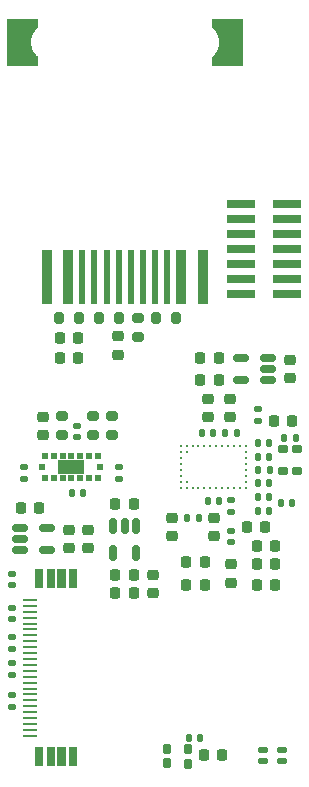
<source format=gtp>
%TF.GenerationSoftware,KiCad,Pcbnew,7.0.1-3b83917a11~172~ubuntu20.04.1*%
%TF.CreationDate,2023-04-27T15:55:01+02:00*%
%TF.ProjectId,radartof-hardware,72616461-7274-46f6-962d-686172647761,1.4*%
%TF.SameCoordinates,Original*%
%TF.FileFunction,Paste,Top*%
%TF.FilePolarity,Positive*%
%FSLAX46Y46*%
G04 Gerber Fmt 4.6, Leading zero omitted, Abs format (unit mm)*
G04 Created by KiCad (PCBNEW 7.0.1-3b83917a11~172~ubuntu20.04.1) date 2023-04-27 15:55:01*
%MOMM*%
%LPD*%
G01*
G04 APERTURE LIST*
G04 Aperture macros list*
%AMRoundRect*
0 Rectangle with rounded corners*
0 $1 Rounding radius*
0 $2 $3 $4 $5 $6 $7 $8 $9 X,Y pos of 4 corners*
0 Add a 4 corners polygon primitive as box body*
4,1,4,$2,$3,$4,$5,$6,$7,$8,$9,$2,$3,0*
0 Add four circle primitives for the rounded corners*
1,1,$1+$1,$2,$3*
1,1,$1+$1,$4,$5*
1,1,$1+$1,$6,$7*
1,1,$1+$1,$8,$9*
0 Add four rect primitives between the rounded corners*
20,1,$1+$1,$2,$3,$4,$5,0*
20,1,$1+$1,$4,$5,$6,$7,0*
20,1,$1+$1,$6,$7,$8,$9,0*
20,1,$1+$1,$8,$9,$2,$3,0*%
G04 Aperture macros list end*
%ADD10C,0.010000*%
%ADD11RoundRect,0.225000X-0.250000X0.225000X-0.250000X-0.225000X0.250000X-0.225000X0.250000X0.225000X0*%
%ADD12RoundRect,0.225000X0.225000X0.250000X-0.225000X0.250000X-0.225000X-0.250000X0.225000X-0.250000X0*%
%ADD13RoundRect,0.140000X-0.140000X-0.170000X0.140000X-0.170000X0.140000X0.170000X-0.140000X0.170000X0*%
%ADD14RoundRect,0.225000X-0.225000X-0.250000X0.225000X-0.250000X0.225000X0.250000X-0.225000X0.250000X0*%
%ADD15RoundRect,0.140000X0.170000X-0.140000X0.170000X0.140000X-0.170000X0.140000X-0.170000X-0.140000X0*%
%ADD16RoundRect,0.150000X0.512500X0.150000X-0.512500X0.150000X-0.512500X-0.150000X0.512500X-0.150000X0*%
%ADD17RoundRect,0.147500X-0.172500X0.147500X-0.172500X-0.147500X0.172500X-0.147500X0.172500X0.147500X0*%
%ADD18RoundRect,0.200000X-0.275000X0.200000X-0.275000X-0.200000X0.275000X-0.200000X0.275000X0.200000X0*%
%ADD19C,0.275000*%
%ADD20RoundRect,0.147500X0.147500X0.172500X-0.147500X0.172500X-0.147500X-0.172500X0.147500X-0.172500X0*%
%ADD21R,2.400000X0.740000*%
%ADD22RoundRect,0.225000X0.250000X-0.225000X0.250000X0.225000X-0.250000X0.225000X-0.250000X-0.225000X0*%
%ADD23RoundRect,0.140000X-0.170000X0.140000X-0.170000X-0.140000X0.170000X-0.140000X0.170000X0.140000X0*%
%ADD24RoundRect,0.147500X0.172500X-0.147500X0.172500X0.147500X-0.172500X0.147500X-0.172500X-0.147500X0*%
%ADD25RoundRect,0.060000X-0.240000X-0.340000X0.240000X-0.340000X0.240000X0.340000X-0.240000X0.340000X0*%
%ADD26R,1.250000X0.275000*%
%ADD27RoundRect,0.060000X0.340000X-0.240000X0.340000X0.240000X-0.340000X0.240000X-0.340000X-0.240000X0*%
%ADD28RoundRect,0.150000X-0.150000X0.512500X-0.150000X-0.512500X0.150000X-0.512500X0.150000X0.512500X0*%
%ADD29RoundRect,0.200000X-0.200000X-0.275000X0.200000X-0.275000X0.200000X0.275000X-0.200000X0.275000X0*%
%ADD30RoundRect,0.140000X0.140000X0.170000X-0.140000X0.170000X-0.140000X-0.170000X0.140000X-0.170000X0*%
%ADD31RoundRect,0.200000X0.275000X-0.200000X0.275000X0.200000X-0.275000X0.200000X-0.275000X-0.200000X0*%
%ADD32RoundRect,0.200000X0.200000X0.275000X-0.200000X0.275000X-0.200000X-0.275000X0.200000X-0.275000X0*%
%ADD33RoundRect,0.147500X-0.147500X-0.172500X0.147500X-0.172500X0.147500X0.172500X-0.147500X0.172500X0*%
%ADD34R,0.810000X4.600000*%
%ADD35R,0.610000X4.600000*%
%ADD36RoundRect,0.135000X0.135000X0.185000X-0.135000X0.185000X-0.135000X-0.185000X0.135000X-0.185000X0*%
%ADD37RoundRect,0.050000X-0.350000X-0.200000X0.350000X-0.200000X0.350000X0.200000X-0.350000X0.200000X0*%
%ADD38R,0.533400X0.508000*%
%ADD39R,0.508000X0.533400*%
%ADD40R,2.311400X1.193800*%
%ADD41RoundRect,0.150000X-0.512500X-0.150000X0.512500X-0.150000X0.512500X0.150000X-0.512500X0.150000X0*%
G04 APERTURE END LIST*
%TO.C,J2*%
G36*
X140600000Y-132300000D02*
G01*
X139900000Y-132300000D01*
X139900000Y-130700000D01*
X140600000Y-130700000D01*
X140600000Y-132300000D01*
G37*
G36*
X141600000Y-132300000D02*
G01*
X140900000Y-132300000D01*
X140900000Y-130700000D01*
X141600000Y-130700000D01*
X141600000Y-132300000D01*
G37*
G36*
X142500000Y-132300000D02*
G01*
X141800000Y-132300000D01*
X141800000Y-130700000D01*
X142500000Y-130700000D01*
X142500000Y-132300000D01*
G37*
G36*
X143500000Y-132300000D02*
G01*
X142800000Y-132300000D01*
X142800000Y-130700000D01*
X143500000Y-130700000D01*
X143500000Y-132300000D01*
G37*
G36*
X140600000Y-117200000D02*
G01*
X139900000Y-117200000D01*
X139900000Y-115600000D01*
X140600000Y-115600000D01*
X140600000Y-117200000D01*
G37*
G36*
X141600000Y-117200000D02*
G01*
X140900000Y-117200000D01*
X140900000Y-115600000D01*
X141600000Y-115600000D01*
X141600000Y-117200000D01*
G37*
G36*
X142500000Y-117200000D02*
G01*
X141800000Y-117200000D01*
X141800000Y-115600000D01*
X142500000Y-115600000D01*
X142500000Y-117200000D01*
G37*
G36*
X143500000Y-117200000D02*
G01*
X142800000Y-117200000D01*
X142800000Y-115600000D01*
X143500000Y-115600000D01*
X143500000Y-117200000D01*
G37*
%TO.C,J5*%
D10*
X157420000Y-72950000D02*
X154920000Y-72950000D01*
X154920000Y-72260000D01*
X154954000Y-72230000D01*
X154989000Y-72198000D01*
X155024000Y-72165000D01*
X155057000Y-72131000D01*
X155089000Y-72095000D01*
X155120000Y-72059000D01*
X155151000Y-72022000D01*
X155180000Y-71984000D01*
X155208000Y-71945000D01*
X155235000Y-71906000D01*
X155260000Y-71866000D01*
X155285000Y-71825000D01*
X155308000Y-71783000D01*
X155330000Y-71740000D01*
X155351000Y-71697000D01*
X155371000Y-71654000D01*
X155389000Y-71610000D01*
X155406000Y-71565000D01*
X155422000Y-71520000D01*
X155436000Y-71474000D01*
X155449000Y-71428000D01*
X155461000Y-71382000D01*
X155471000Y-71335000D01*
X155480000Y-71288000D01*
X155488000Y-71241000D01*
X155494000Y-71194000D01*
X155499000Y-71146000D01*
X155502000Y-71098000D01*
X155504000Y-71051000D01*
X155505000Y-71000000D01*
X155504000Y-70949000D01*
X155502000Y-70902000D01*
X155499000Y-70854000D01*
X155494000Y-70806000D01*
X155488000Y-70759000D01*
X155480000Y-70712000D01*
X155471000Y-70665000D01*
X155461000Y-70618000D01*
X155449000Y-70572000D01*
X155436000Y-70526000D01*
X155422000Y-70480000D01*
X155406000Y-70435000D01*
X155389000Y-70390000D01*
X155371000Y-70346000D01*
X155351000Y-70303000D01*
X155330000Y-70260000D01*
X155308000Y-70217000D01*
X155285000Y-70175000D01*
X155260000Y-70134000D01*
X155235000Y-70094000D01*
X155208000Y-70055000D01*
X155180000Y-70016000D01*
X155151000Y-69978000D01*
X155120000Y-69941000D01*
X155089000Y-69905000D01*
X155057000Y-69869000D01*
X155024000Y-69835000D01*
X154989000Y-69802000D01*
X154954000Y-69770000D01*
X154920000Y-69740000D01*
X154920000Y-69050000D01*
X157420000Y-69050000D01*
X157420000Y-72950000D01*
G36*
X157420000Y-72950000D02*
G01*
X154920000Y-72950000D01*
X154920000Y-72260000D01*
X154954000Y-72230000D01*
X154989000Y-72198000D01*
X155024000Y-72165000D01*
X155057000Y-72131000D01*
X155089000Y-72095000D01*
X155120000Y-72059000D01*
X155151000Y-72022000D01*
X155180000Y-71984000D01*
X155208000Y-71945000D01*
X155235000Y-71906000D01*
X155260000Y-71866000D01*
X155285000Y-71825000D01*
X155308000Y-71783000D01*
X155330000Y-71740000D01*
X155351000Y-71697000D01*
X155371000Y-71654000D01*
X155389000Y-71610000D01*
X155406000Y-71565000D01*
X155422000Y-71520000D01*
X155436000Y-71474000D01*
X155449000Y-71428000D01*
X155461000Y-71382000D01*
X155471000Y-71335000D01*
X155480000Y-71288000D01*
X155488000Y-71241000D01*
X155494000Y-71194000D01*
X155499000Y-71146000D01*
X155502000Y-71098000D01*
X155504000Y-71051000D01*
X155505000Y-71000000D01*
X155504000Y-70949000D01*
X155502000Y-70902000D01*
X155499000Y-70854000D01*
X155494000Y-70806000D01*
X155488000Y-70759000D01*
X155480000Y-70712000D01*
X155471000Y-70665000D01*
X155461000Y-70618000D01*
X155449000Y-70572000D01*
X155436000Y-70526000D01*
X155422000Y-70480000D01*
X155406000Y-70435000D01*
X155389000Y-70390000D01*
X155371000Y-70346000D01*
X155351000Y-70303000D01*
X155330000Y-70260000D01*
X155308000Y-70217000D01*
X155285000Y-70175000D01*
X155260000Y-70134000D01*
X155235000Y-70094000D01*
X155208000Y-70055000D01*
X155180000Y-70016000D01*
X155151000Y-69978000D01*
X155120000Y-69941000D01*
X155089000Y-69905000D01*
X155057000Y-69869000D01*
X155024000Y-69835000D01*
X154989000Y-69802000D01*
X154954000Y-69770000D01*
X154920000Y-69740000D01*
X154920000Y-69050000D01*
X157420000Y-69050000D01*
X157420000Y-72950000D01*
G37*
X140080000Y-69740000D02*
X140046000Y-69770000D01*
X140011000Y-69802000D01*
X139976000Y-69835000D01*
X139943000Y-69869000D01*
X139911000Y-69905000D01*
X139880000Y-69941000D01*
X139849000Y-69978000D01*
X139820000Y-70016000D01*
X139792000Y-70055000D01*
X139765000Y-70094000D01*
X139740000Y-70134000D01*
X139715000Y-70175000D01*
X139692000Y-70217000D01*
X139670000Y-70260000D01*
X139649000Y-70303000D01*
X139629000Y-70346000D01*
X139611000Y-70390000D01*
X139594000Y-70435000D01*
X139578000Y-70480000D01*
X139564000Y-70526000D01*
X139551000Y-70572000D01*
X139539000Y-70618000D01*
X139529000Y-70665000D01*
X139520000Y-70712000D01*
X139512000Y-70759000D01*
X139506000Y-70806000D01*
X139501000Y-70854000D01*
X139498000Y-70902000D01*
X139496000Y-70949000D01*
X139495000Y-71000000D01*
X139496000Y-71051000D01*
X139498000Y-71098000D01*
X139501000Y-71146000D01*
X139506000Y-71194000D01*
X139512000Y-71241000D01*
X139520000Y-71288000D01*
X139529000Y-71335000D01*
X139539000Y-71382000D01*
X139551000Y-71428000D01*
X139564000Y-71474000D01*
X139578000Y-71520000D01*
X139594000Y-71565000D01*
X139611000Y-71610000D01*
X139629000Y-71654000D01*
X139649000Y-71697000D01*
X139670000Y-71740000D01*
X139692000Y-71783000D01*
X139715000Y-71825000D01*
X139740000Y-71866000D01*
X139765000Y-71906000D01*
X139792000Y-71945000D01*
X139820000Y-71984000D01*
X139849000Y-72022000D01*
X139880000Y-72059000D01*
X139911000Y-72095000D01*
X139943000Y-72131000D01*
X139976000Y-72165000D01*
X140011000Y-72198000D01*
X140046000Y-72230000D01*
X140080000Y-72260000D01*
X140080000Y-72950000D01*
X137580000Y-72950000D01*
X137580000Y-69050000D01*
X140080000Y-69050000D01*
X140080000Y-69740000D01*
G36*
X140080000Y-69740000D02*
G01*
X140046000Y-69770000D01*
X140011000Y-69802000D01*
X139976000Y-69835000D01*
X139943000Y-69869000D01*
X139911000Y-69905000D01*
X139880000Y-69941000D01*
X139849000Y-69978000D01*
X139820000Y-70016000D01*
X139792000Y-70055000D01*
X139765000Y-70094000D01*
X139740000Y-70134000D01*
X139715000Y-70175000D01*
X139692000Y-70217000D01*
X139670000Y-70260000D01*
X139649000Y-70303000D01*
X139629000Y-70346000D01*
X139611000Y-70390000D01*
X139594000Y-70435000D01*
X139578000Y-70480000D01*
X139564000Y-70526000D01*
X139551000Y-70572000D01*
X139539000Y-70618000D01*
X139529000Y-70665000D01*
X139520000Y-70712000D01*
X139512000Y-70759000D01*
X139506000Y-70806000D01*
X139501000Y-70854000D01*
X139498000Y-70902000D01*
X139496000Y-70949000D01*
X139495000Y-71000000D01*
X139496000Y-71051000D01*
X139498000Y-71098000D01*
X139501000Y-71146000D01*
X139506000Y-71194000D01*
X139512000Y-71241000D01*
X139520000Y-71288000D01*
X139529000Y-71335000D01*
X139539000Y-71382000D01*
X139551000Y-71428000D01*
X139564000Y-71474000D01*
X139578000Y-71520000D01*
X139594000Y-71565000D01*
X139611000Y-71610000D01*
X139629000Y-71654000D01*
X139649000Y-71697000D01*
X139670000Y-71740000D01*
X139692000Y-71783000D01*
X139715000Y-71825000D01*
X139740000Y-71866000D01*
X139765000Y-71906000D01*
X139792000Y-71945000D01*
X139820000Y-71984000D01*
X139849000Y-72022000D01*
X139880000Y-72059000D01*
X139911000Y-72095000D01*
X139943000Y-72131000D01*
X139976000Y-72165000D01*
X140011000Y-72198000D01*
X140046000Y-72230000D01*
X140080000Y-72260000D01*
X140080000Y-72950000D01*
X137580000Y-72950000D01*
X137580000Y-69050000D01*
X140080000Y-69050000D01*
X140080000Y-69740000D01*
G37*
%TD*%
D11*
%TO.C,C11*%
X156500000Y-115225000D03*
X156500000Y-116775000D03*
%TD*%
D12*
%TO.C,C57*%
X154275000Y-117000000D03*
X152725000Y-117000000D03*
%TD*%
D11*
%TO.C,C37*%
X142800000Y-112325000D03*
X142800000Y-113875000D03*
%TD*%
D13*
%TO.C,C3*%
X158770000Y-109550000D03*
X159730000Y-109550000D03*
%TD*%
D14*
%TO.C,C9*%
X160125000Y-103100000D03*
X161675000Y-103100000D03*
%TD*%
D12*
%TO.C,C27*%
X155475000Y-97800000D03*
X153925000Y-97800000D03*
%TD*%
D15*
%TO.C,C40*%
X138000000Y-122380000D03*
X138000000Y-121420000D03*
%TD*%
D16*
%TO.C,U4*%
X159637500Y-99650000D03*
X159637500Y-98700000D03*
X159637500Y-97750000D03*
X157362500Y-97750000D03*
X157362500Y-99650000D03*
%TD*%
D15*
%TO.C,C39*%
X138000000Y-119880000D03*
X138000000Y-118920000D03*
%TD*%
D17*
%TO.C,L3*%
X158800000Y-102115000D03*
X158800000Y-103085000D03*
%TD*%
D18*
%TO.C,R6*%
X146400000Y-102675000D03*
X146400000Y-104325000D03*
%TD*%
%TO.C,R2*%
X142200000Y-102675000D03*
X142200000Y-104325000D03*
%TD*%
D12*
%TO.C,C58*%
X154275000Y-115000000D03*
X152725000Y-115000000D03*
%TD*%
D13*
%TO.C,C25*%
X158770000Y-110750000D03*
X159730000Y-110750000D03*
%TD*%
D19*
%TO.C,U5*%
X152250000Y-108750000D03*
X152250000Y-108250000D03*
X152250000Y-107750000D03*
X152250000Y-107250000D03*
X152250000Y-106750000D03*
X152250000Y-106250000D03*
X152250000Y-105750000D03*
X152250000Y-105250000D03*
X152750000Y-108750000D03*
X152750000Y-108250000D03*
X152750000Y-105750000D03*
X152750000Y-105250000D03*
X153250000Y-108750000D03*
X153250000Y-105250000D03*
X153750000Y-108750000D03*
X153750000Y-105250000D03*
X154250000Y-108750000D03*
X154250000Y-105250000D03*
X154750000Y-108750000D03*
X154750000Y-105250000D03*
X155250000Y-108750000D03*
X155250000Y-105250000D03*
X155750000Y-108750000D03*
X155750000Y-105250000D03*
X156250000Y-108750000D03*
X156250000Y-105250000D03*
X156750000Y-108750000D03*
X156750000Y-105250000D03*
X157250000Y-108750000D03*
X157250000Y-105250000D03*
X157750000Y-108750000D03*
X157750000Y-108250000D03*
X157750000Y-107750000D03*
X157750000Y-107250000D03*
X157750000Y-106750000D03*
X157750000Y-106250000D03*
X157750000Y-105750000D03*
X157750000Y-105250000D03*
%TD*%
D20*
%TO.C,L1*%
X161685000Y-110000000D03*
X160715000Y-110000000D03*
%TD*%
D21*
%TO.C,J1*%
X157350000Y-84690000D03*
X161250000Y-84690000D03*
X157350000Y-85960000D03*
X161250000Y-85960000D03*
X157350000Y-87230000D03*
X161250000Y-87230000D03*
X157350000Y-88500000D03*
X161250000Y-88500000D03*
X157350000Y-89770000D03*
X161250000Y-89770000D03*
X157350000Y-91040000D03*
X161250000Y-91040000D03*
X157350000Y-92310000D03*
X161250000Y-92310000D03*
%TD*%
D22*
%TO.C,C45*%
X149900000Y-117675000D03*
X149900000Y-116125000D03*
%TD*%
D23*
%TO.C,C35*%
X138000000Y-126320000D03*
X138000000Y-127280000D03*
%TD*%
D24*
%TO.C,L4*%
X156500000Y-113385000D03*
X156500000Y-112415000D03*
%TD*%
D14*
%TO.C,C49*%
X142025000Y-96100000D03*
X143575000Y-96100000D03*
%TD*%
D13*
%TO.C,C22*%
X158770000Y-105000000D03*
X159730000Y-105000000D03*
%TD*%
D25*
%TO.C,U8*%
X152900000Y-132100000D03*
X151100000Y-132095599D03*
X151100000Y-130895599D03*
X152900000Y-130895599D03*
%TD*%
D26*
%TO.C,J2*%
X139520000Y-118250000D03*
X139520000Y-118750000D03*
X139520000Y-119250000D03*
X139520000Y-119750000D03*
X139520000Y-120250000D03*
X139520000Y-120750000D03*
X139520000Y-121250000D03*
X139520000Y-121750000D03*
X139520000Y-122250000D03*
X139520000Y-122750000D03*
X139520000Y-123250000D03*
X139520000Y-123750000D03*
X139520000Y-124250000D03*
X139520000Y-124750000D03*
X139520000Y-125250000D03*
X139520000Y-125750000D03*
X139520000Y-126250000D03*
X139520000Y-126750000D03*
X139520000Y-127250000D03*
X139520000Y-127750000D03*
X139520000Y-128250000D03*
X139520000Y-128750000D03*
X139520000Y-129250000D03*
X139520000Y-129750000D03*
%TD*%
D27*
%TO.C,U2*%
X162100000Y-105500000D03*
X162095599Y-107300000D03*
X160895599Y-107300000D03*
X160895599Y-105500000D03*
%TD*%
D13*
%TO.C,C31*%
X143020000Y-109200000D03*
X143980000Y-109200000D03*
%TD*%
D23*
%TO.C,C41*%
X138000000Y-123620000D03*
X138000000Y-124580000D03*
%TD*%
D28*
%TO.C,U10*%
X148450000Y-111962500D03*
X147500000Y-111962500D03*
X146550000Y-111962500D03*
X146550000Y-114237500D03*
X148450000Y-114237500D03*
%TD*%
D11*
%TO.C,C4*%
X151500000Y-111325000D03*
X151500000Y-112875000D03*
%TD*%
D29*
%TO.C,R12*%
X141975000Y-94400000D03*
X143625000Y-94400000D03*
%TD*%
D30*
%TO.C,C6*%
X155480000Y-109850000D03*
X154520000Y-109850000D03*
%TD*%
D23*
%TO.C,C13*%
X156500000Y-109820000D03*
X156500000Y-110780000D03*
%TD*%
D31*
%TO.C,R14*%
X148600000Y-96025000D03*
X148600000Y-94375000D03*
%TD*%
D11*
%TO.C,C38*%
X144400000Y-112325000D03*
X144400000Y-113875000D03*
%TD*%
D32*
%TO.C,R13*%
X147025000Y-94400000D03*
X145375000Y-94400000D03*
%TD*%
D33*
%TO.C,L2*%
X152815000Y-111300000D03*
X153785000Y-111300000D03*
%TD*%
D22*
%TO.C,C23*%
X156400000Y-102775000D03*
X156400000Y-101225000D03*
%TD*%
D13*
%TO.C,C24*%
X156020000Y-104150000D03*
X156980000Y-104150000D03*
%TD*%
D12*
%TO.C,C44*%
X148275000Y-117700000D03*
X146725000Y-117700000D03*
%TD*%
D17*
%TO.C,L9*%
X138000000Y-116015000D03*
X138000000Y-116985000D03*
%TD*%
D22*
%TO.C,C7*%
X154600000Y-102775000D03*
X154600000Y-101225000D03*
%TD*%
D11*
%TO.C,C5*%
X155100000Y-111325000D03*
X155100000Y-112875000D03*
%TD*%
D15*
%TO.C,C55*%
X143500000Y-104480000D03*
X143500000Y-103520000D03*
%TD*%
D13*
%TO.C,C17*%
X158770000Y-106150000D03*
X159730000Y-106150000D03*
%TD*%
D23*
%TO.C,C29*%
X147000000Y-107020000D03*
X147000000Y-107980000D03*
%TD*%
D13*
%TO.C,C33*%
X152920000Y-129900000D03*
X153880000Y-129900000D03*
%TD*%
%TO.C,C10*%
X161020000Y-104500000D03*
X161980000Y-104500000D03*
%TD*%
D34*
%TO.C,J5*%
X140890000Y-90920000D03*
X142730000Y-90920000D03*
D35*
X143930000Y-90920000D03*
X144950000Y-90920000D03*
X145970000Y-90920000D03*
X146990000Y-90920000D03*
X148010000Y-90920000D03*
X149030000Y-90920000D03*
X150050000Y-90920000D03*
X151070000Y-90920000D03*
D34*
X152270000Y-90920000D03*
X154110000Y-90920000D03*
%TD*%
D14*
%TO.C,C50*%
X142032182Y-97807182D03*
X143582182Y-97807182D03*
%TD*%
D36*
%TO.C,R1*%
X159810000Y-107250000D03*
X158790000Y-107250000D03*
%TD*%
D30*
%TO.C,C8*%
X154980000Y-104150000D03*
X154020000Y-104150000D03*
%TD*%
D12*
%TO.C,C42*%
X148275000Y-110100000D03*
X146725000Y-110100000D03*
%TD*%
%TO.C,C61*%
X155475000Y-99600000D03*
X153925000Y-99600000D03*
%TD*%
%TO.C,C1*%
X160275000Y-113650000D03*
X158725000Y-113650000D03*
%TD*%
D13*
%TO.C,C15*%
X158770000Y-108350000D03*
X159730000Y-108350000D03*
%TD*%
D14*
%TO.C,C36*%
X138725000Y-110500000D03*
X140275000Y-110500000D03*
%TD*%
D22*
%TO.C,C26*%
X161500000Y-99475000D03*
X161500000Y-97925000D03*
%TD*%
D37*
%TO.C,D1*%
X159200000Y-131850000D03*
X159200000Y-130950000D03*
X160800000Y-130950000D03*
X160800000Y-131850000D03*
%TD*%
D11*
%TO.C,C51*%
X146900000Y-95925000D03*
X146900000Y-97475000D03*
%TD*%
D32*
%TO.C,R15*%
X151825000Y-94400000D03*
X150175000Y-94400000D03*
%TD*%
D38*
%TO.C,U7*%
X145250001Y-107952500D03*
X144500000Y-107952500D03*
X143750001Y-107952500D03*
X143000000Y-107952500D03*
X142249999Y-107952500D03*
X141500000Y-107952500D03*
X140749999Y-107952500D03*
D39*
X145451100Y-107000000D03*
D40*
X143000000Y-107000000D03*
D39*
X140548900Y-107000000D03*
D38*
X145250001Y-106047500D03*
X144500000Y-106047500D03*
X143750001Y-106047500D03*
X143000000Y-106047500D03*
X142249999Y-106047500D03*
X141500000Y-106047500D03*
X140749999Y-106047500D03*
%TD*%
D12*
%TO.C,C59*%
X160275000Y-117000000D03*
X158725000Y-117000000D03*
%TD*%
D23*
%TO.C,C30*%
X139000000Y-107020000D03*
X139000000Y-107980000D03*
%TD*%
D14*
%TO.C,C32*%
X154225000Y-131400000D03*
X155775000Y-131400000D03*
%TD*%
D18*
%TO.C,R3*%
X144800000Y-102675000D03*
X144800000Y-104325000D03*
%TD*%
D41*
%TO.C,U9*%
X138662500Y-112150000D03*
X138662500Y-113100000D03*
X138662500Y-114050000D03*
X140937500Y-114050000D03*
X140937500Y-112150000D03*
%TD*%
D12*
%TO.C,C60*%
X160275000Y-115200000D03*
X158725000Y-115200000D03*
%TD*%
D22*
%TO.C,C28*%
X140600000Y-104275000D03*
X140600000Y-102725000D03*
%TD*%
D14*
%TO.C,C12*%
X157825000Y-112100000D03*
X159375000Y-112100000D03*
%TD*%
D12*
%TO.C,C43*%
X148275000Y-116100000D03*
X146725000Y-116100000D03*
%TD*%
M02*

</source>
